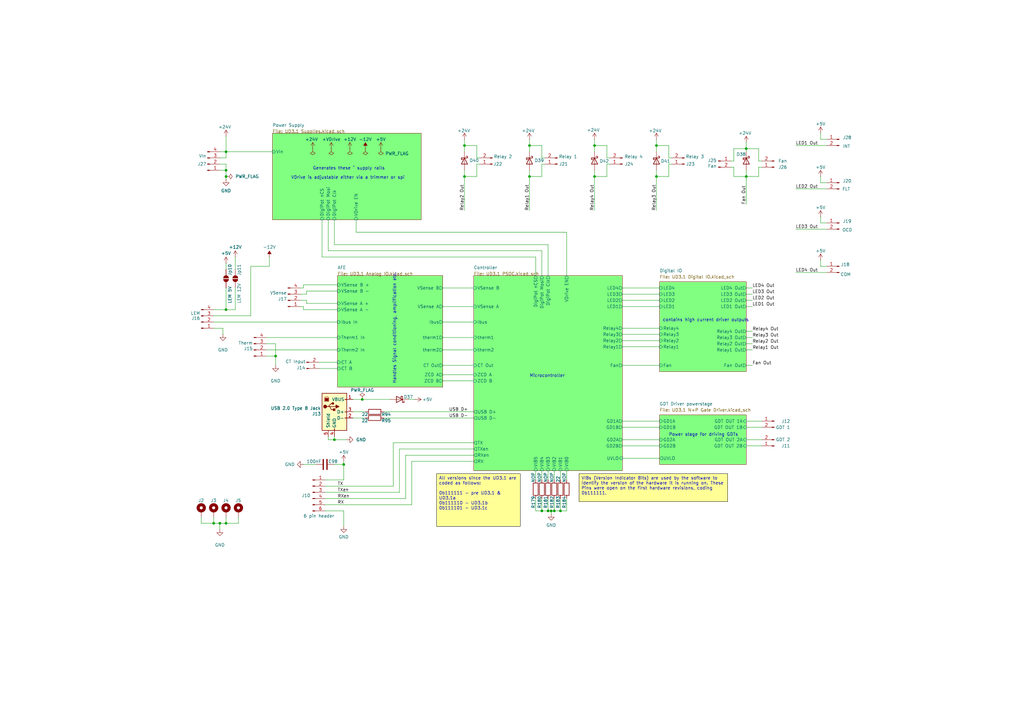
<source format=kicad_sch>
(kicad_sch (version 20231120) (generator "eeschema") (generator_version "8.0")
  (paper "A3")
  (lib_symbols
    (symbol "Connector:Conn_01x02_Pin" (pin_names (offset 1.016) hide)
      (property "Reference" "J" (at 0 2.54 0))
      (property "Value" "Conn_01x02_Pin" (at 0 -5.08 0))
      (symbol "Conn_01x02_Pin_1_1"
        (polyline (pts (xy 1.27 -2.54) (xy 0.8636 -2.54)) (stroke (width 0.1524)))
        (polyline (pts (xy 1.27 0) (xy 0.8636 0)) (stroke (width 0.1524)))
        (rectangle (start 0.8636 -2.413) (end 0 -2.667) (stroke (width 0.1524)) (fill (type outline)))
        (rectangle (start 0.8636 0.127) (end 0 -0.127) (stroke (width 0.1524)) (fill (type outline)))
        (pin passive line (at 5.08 0 180) (length 3.81) (name "Pin_1") (number "1"))
        (pin passive line (at 5.08 -2.54 180) (length 3.81) (name "Pin_2") (number "2"))
      )
    )
    (symbol "Connector:Conn_01x04_Pin" (pin_names (offset 1.016) hide)
      (property "Reference" "J" (at 0 5.08 0))
      (property "Value" "Conn_01x04_Pin" (at 0 -7.62 0))
      (symbol "Conn_01x04_Pin_1_1"
        (polyline (pts (xy 1.27 -5.08) (xy 0.8636 -5.08)) (stroke (width 0.1524)))
        (polyline (pts (xy 1.27 -2.54) (xy 0.8636 -2.54)) (stroke (width 0.1524)))
        (polyline (pts (xy 1.27 0) (xy 0.8636 0)) (stroke (width 0.1524)))
        (polyline (pts (xy 1.27 2.54) (xy 0.8636 2.54)) (stroke (width 0.1524)))
        (rectangle (start 0.8636 -4.953) (end 0 -5.207) (stroke (width 0.1524)) (fill (type outline)))
        (rectangle (start 0.8636 -2.413) (end 0 -2.667) (stroke (width 0.1524)) (fill (type outline)))
        (rectangle (start 0.8636 0.127) (end 0 -0.127) (stroke (width 0.1524)) (fill (type outline)))
        (rectangle (start 0.8636 2.667) (end 0 2.413) (stroke (width 0.1524)) (fill (type outline)))
        (pin passive line (at 5.08 2.54 180) (length 3.81) (name "Pin_1") (number "1"))
        (pin passive line (at 5.08 0 180) (length 3.81) (name "Pin_2") (number "2"))
        (pin passive line (at 5.08 -2.54 180) (length 3.81) (name "Pin_3") (number "3"))
        (pin passive line (at 5.08 -5.08 180) (length 3.81) (name "Pin_4") (number "4"))
      )
    )
    (symbol "Connector:Conn_01x06_Pin" (pin_names (offset 1.016) hide)
      (property "Reference" "J" (at 0 7.62 0))
      (property "Value" "Conn_01x06_Pin" (at 0 -10.16 0))
      (symbol "Conn_01x06_Pin_1_1"
        (polyline (pts (xy 1.27 -7.62) (xy 0.8636 -7.62)) (stroke (width 0.1524)))
        (polyline (pts (xy 1.27 -5.08) (xy 0.8636 -5.08)) (stroke (width 0.1524)))
        (polyline (pts (xy 1.27 -2.54) (xy 0.8636 -2.54)) (stroke (width 0.1524)))
        (polyline (pts (xy 1.27 0) (xy 0.8636 0)) (stroke (width 0.1524)))
        (polyline (pts (xy 1.27 2.54) (xy 0.8636 2.54)) (stroke (width 0.1524)))
        (polyline (pts (xy 1.27 5.08) (xy 0.8636 5.08)) (stroke (width 0.1524)))
        (rectangle (start 0.8636 -7.493) (end 0 -7.747) (stroke (width 0.1524)) (fill (type outline)))
        (rectangle (start 0.8636 -4.953) (end 0 -5.207) (stroke (width 0.1524)) (fill (type outline)))
        (rectangle (start 0.8636 -2.413) (end 0 -2.667) (stroke (width 0.1524)) (fill (type outline)))
        (rectangle (start 0.8636 0.127) (end 0 -0.127) (stroke (width 0.1524)) (fill (type outline)))
        (rectangle (start 0.8636 2.667) (end 0 2.413) (stroke (width 0.1524)) (fill (type outline)))
        (rectangle (start 0.8636 5.207) (end 0 4.953) (stroke (width 0.1524)) (fill (type outline)))
        (pin passive line (at 5.08 5.08 180) (length 3.81) (name "Pin_1") (number "1"))
        (pin passive line (at 5.08 2.54 180) (length 3.81) (name "Pin_2") (number "2"))
        (pin passive line (at 5.08 0 180) (length 3.81) (name "Pin_3") (number "3"))
        (pin passive line (at 5.08 -2.54 180) (length 3.81) (name "Pin_4") (number "4"))
        (pin passive line (at 5.08 -5.08 180) (length 3.81) (name "Pin_5") (number "5"))
        (pin passive line (at 5.08 -7.62 180) (length 3.81) (name "Pin_6") (number "6"))
      )
    )
    (symbol "Connector:USB_B" (pin_names (offset 1.016))
      (property "Reference" "J13" (at -9.144 -1.524 0))
      (property "Value" "USB 2.0 Type B Jack" (at -26.162 0.762 0))
      (symbol "USB_B_0_1"
        (rectangle (start -5.08 -7.62) (end 5.08 7.62) (stroke (width 0.254)) (fill (type background)))
        (circle (center -3.81 2.159) (radius 0.635) (stroke (width 0.254)) (fill (type outline)))
        (rectangle (start -3.81 5.588) (end -2.54 4.572) (fill (type outline)))
        (circle (center -0.635 3.429) (radius 0.381) (stroke (width 0.254)) (fill (type outline)))
        (rectangle (start -0.127 -7.62) (end 0.127 -6.858))
        (polyline (pts (xy -1.905 2.159) (xy 0.635 2.159)) (stroke (width 0.254)))
        (polyline (pts (xy -3.175 2.159) (xy -2.54 2.159) (xy -1.27 3.429) (xy -0.635 3.429)) (stroke (width 0.254)))
        (polyline (pts (xy -2.54 2.159) (xy -1.905 2.159) (xy -1.27 0.889) (xy 0 0.889)) (stroke (width 0.254)))
        (polyline (pts (xy 0.635 2.794) (xy 0.635 1.524) (xy 1.905 2.159) (xy 0.635 2.794)) (stroke (width 0.254)) (fill (type outline)))
        (polyline (pts (xy -4.064 4.318) (xy -2.286 4.318) (xy -2.286 5.715) (xy -2.667 6.096) (xy -3.683 6.096) (xy -4.064 5.715) (xy -4.064 4.318)))
        (rectangle (start 0.254 1.27) (end -0.508 0.508) (stroke (width 0.254)) (fill (type outline)))
        (rectangle (start 5.08 -2.667) (end 4.318 -2.413))
        (rectangle (start 5.08 -0.127) (end 4.318 0.127))
        (rectangle (start 5.08 4.953) (end 4.318 5.207))
      )
      (symbol "USB_B_1_1"
        (pin power_in line (at 7.62 5.08 180) (length 2.54) (name "VBUS") (number "1"))
        (pin bidirectional line (at 7.62 -2.54 180) (length 2.54) (name "D-") (number "2"))
        (pin bidirectional line (at 7.62 0 180) (length 2.54) (name "D+") (number "3"))
        (pin power_in line (at 0 -10.16 90) (length 2.54) (name "GND") (number "4"))
        (pin passive line (at -2.54 -10.16 90) (length 2.54) (name "Shield") (number "5"))
      )
    )
    (symbol "Device:C" (pin_numbers hide) (pin_names (offset 0.254))
      (property "Reference" "C" (at 0.635 2.54 0))
      (property "Value" "C" (at 0.635 -2.54 0))
      (symbol "C_0_1"
        (polyline (pts (xy -2.032 -0.762) (xy 2.032 -0.762)) (stroke (width 0.508)))
        (polyline (pts (xy -2.032 0.762) (xy 2.032 0.762)) (stroke (width 0.508)))
      )
      (symbol "C_1_1"
        (pin passive line (at 0 3.81 270) (length 2.794) (name "~") (number "1"))
        (pin passive line (at 0 -3.81 90) (length 2.794) (name "~") (number "2"))
      )
    )
    (symbol "Device:D_Schottky" (pin_numbers hide) (pin_names (offset 1.016) hide)
      (property "Reference" "D" (at 0 2.54 0))
      (property "Value" "D_Schottky" (at 0 -2.54 0))
      (symbol "D_Schottky_0_1"
        (polyline (pts (xy 1.27 0) (xy -1.27 0)))
        (polyline (pts (xy 1.27 1.27) (xy 1.27 -1.27) (xy -1.27 0) (xy 1.27 1.27)) (stroke (width 0.254)))
        (polyline (pts (xy -1.905 0.635) (xy -1.905 1.27) (xy -1.27 1.27) (xy -1.27 -1.27) (xy -0.635 -1.27) (xy -0.635 -0.635)) (stroke (width 0.254)))
      )
      (symbol "D_Schottky_1_1"
        (pin passive line (at -3.81 0 0) (length 2.54) (name "K") (number "1"))
        (pin passive line (at 3.81 0 180) (length 2.54) (name "A") (number "2"))
      )
    )
    (symbol "Device:R" (pin_numbers hide) (pin_names (offset 0))
      (property "Reference" "R" (at 2.032 0 90))
      (property "Value" "R" (at 0 0 90))
      (symbol "R_0_1"
        (rectangle (start -1.016 -2.54) (end 1.016 2.54) (stroke (width 0.254)))
      )
      (symbol "R_1_1"
        (pin passive line (at 0 3.81 270) (length 1.27) (name "~") (number "1"))
        (pin passive line (at 0 -3.81 90) (length 1.27) (name "~") (number "2"))
      )
    )
    (symbol "Jumper:SolderJumper_2_Open" (pin_numbers hide) (pin_names (offset 0) hide) (exclude_from_sim yes) (in_bom no)
      (property "Reference" "JP" (at 0 2.032 0))
      (property "Value" "SolderJumper_2_Open" (at 0 -2.54 0))
      (symbol "SolderJumper_2_Open_0_1"
        (arc (start -0.254 1.016) (mid -1.2656 0) (end -0.254 -1.016))
        (arc (start -0.254 1.016) (mid -1.2656 0) (end -0.254 -1.016) (fill (type outline)))
        (polyline (pts (xy -0.254 1.016) (xy -0.254 -1.016)))
        (polyline (pts (xy 0.254 1.016) (xy 0.254 -1.016)))
        (arc (start 0.254 -1.016) (mid 1.2656 0) (end 0.254 1.016))
        (arc (start 0.254 -1.016) (mid 1.2656 0) (end 0.254 1.016) (fill (type outline)))
      )
      (symbol "SolderJumper_2_Open_1_1"
        (pin passive line (at -3.81 0 0) (length 2.54) (name "A") (number "1"))
        (pin passive line (at 3.81 0 180) (length 2.54) (name "B") (number "2"))
      )
    )
    (symbol "Mechanical:MountingHole_Pad" (pin_numbers hide) (pin_names (offset 1.016) hide) (exclude_from_sim yes) (in_bom no)
      (property "Reference" "H" (at 0 6.35 0))
      (property "Value" "MountingHole_Pad" (at 0 4.445 0))
      (symbol "MountingHole_Pad_0_1"
        (circle (center 0 1.27) (radius 1.27) (stroke (width 1.27)))
      )
      (symbol "MountingHole_Pad_1_1"
        (pin input line (at 0 -2.54 90) (length 2.54) (name "1") (number "1"))
      )
    )
    (symbol "power:+12V" (power) (pin_numbers hide) (pin_names (offset 0) hide)
      (property "Value" "+12V" (at 0 3.556 0))
      (symbol "+12V_0_1"
        (polyline (pts (xy -0.762 1.27) (xy 0 2.54)))
        (polyline (pts (xy 0 0) (xy 0 2.54)))
        (polyline (pts (xy 0 2.54) (xy 0.762 1.27)))
      )
      (symbol "+12V_1_1"
        (pin power_in line (at 0 0 90) (length 0) (name "~") (number "1"))
      )
    )
    (symbol "power:+24V" (power) (pin_numbers hide) (pin_names (offset 0) hide)
      (property "Value" "+24V" (at 0 3.556 0))
      (symbol "+24V_0_1"
        (polyline (pts (xy -0.762 1.27) (xy 0 2.54)))
        (polyline (pts (xy 0 0) (xy 0 2.54)))
        (polyline (pts (xy 0 2.54) (xy 0.762 1.27)))
      )
      (symbol "+24V_1_1"
        (pin power_in line (at 0 0 90) (length 0) (name "~") (number "1"))
      )
    )
    (symbol "power:+5V" (power) (pin_numbers hide) (pin_names (offset 0) hide)
      (property "Value" "+5V" (at 0 3.556 0))
      (symbol "+5V_0_1"
        (polyline (pts (xy -0.762 1.27) (xy 0 2.54)))
        (polyline (pts (xy 0 0) (xy 0 2.54)))
        (polyline (pts (xy 0 2.54) (xy 0.762 1.27)))
      )
      (symbol "+5V_1_1"
        (pin power_in line (at 0 0 90) (length 0) (name "~") (number "1"))
      )
    )
    (symbol "power:-12V" (power) (pin_numbers hide) (pin_names (offset 0) hide)
      (property "Value" "-12V" (at 0 3.556 0))
      (symbol "-12V_0_0"
        (pin power_in line (at 0 0 90) (length 0) (name "~") (number "1"))
      )
      (symbol "-12V_0_1"
        (polyline (pts (xy 0 0) (xy 0 1.27) (xy 0.762 1.27) (xy 0 2.54) (xy -0.762 1.27) (xy 0 1.27)) (fill (type outline)))
      )
    )
    (symbol "power:GND" (power) (pin_numbers hide) (pin_names (offset 0) hide)
      (property "Value" "GND" (at 0 -3.81 0))
      (symbol "GND_0_1"
        (polyline (pts (xy 0 0) (xy 0 -1.27) (xy 1.27 -1.27) (xy 0 -2.54) (xy -1.27 -1.27) (xy 0 -1.27)))
      )
      (symbol "GND_1_1"
        (pin power_in line (at 0 0 270) (length 0) (name "~") (number "1"))
      )
    )
    (symbol "power:PWR_FLAG" (power) (pin_numbers hide) (pin_names (offset 0) hide)
      (property "Value" "PWR_FLAG" (at 0 3.81 0))
      (symbol "PWR_FLAG_0_0"
        (pin power_out line (at 0 0 90) (length 0) (name "~") (number "1"))
      )
      (symbol "PWR_FLAG_0_1"
        (polyline (pts (xy 0 0) (xy 0 1.27) (xy -1.016 1.905) (xy 0 2.54) (xy 1.016 1.905) (xy 0 1.27)))
      )
    )
    (symbol "power:Vdrive" (power) (pin_numbers hide) (pin_names (offset 0) hide)
      (property "Value" "Vdrive" (at 0 3.556 0))
      (symbol "Vdrive_0_1"
        (polyline (pts (xy -0.762 1.27) (xy 0 2.54)))
        (polyline (pts (xy 0 0) (xy 0 2.54)))
        (polyline (pts (xy 0 2.54) (xy 0.762 1.27)))
      )
      (symbol "Vdrive_1_1"
        (pin power_in line (at 0 0 90) (length 0) (name "~") (number "1"))
      )
    )
  )
  (junction (at 92.71 127))
  (junction (at 190.5 72.39))
  (junction (at 224.79 209.55))
  (junction (at 87.63 214.63))
  (junction (at 227.33 209.55))
  (junction (at 140.97 190.5))
  (junction (at 90.17 214.63))
  (junction (at 306.07 72.39))
  (junction (at 190.5 59.69))
  (junction (at 92.71 69.85))
  (junction (at 92.71 62.23))
  (junction (at 92.71 214.63))
  (junction (at 269.24 59.69))
  (junction (at 92.71 72.39))
  (junction (at 222.25 209.55))
  (junction (at 113.03 146.05))
  (junction (at 243.84 72.39))
  (junction (at 148.59 163.83))
  (junction (at 229.87 209.55))
  (junction (at 137.16 180.34))
  (junction (at 269.24 72.39))
  (junction (at 306.07 60.96))
  (junction (at 243.84 59.69))
  (junction (at 226.06 209.55))
  (junction (at 217.17 72.39))
  (junction (at 217.17 59.69))
  (wire (pts (xy 217.17 59.69) (xy 217.17 62.23)))
  (wire (pts (xy 222.25 64.77) (xy 222.25 59.69)))
  (wire (pts (xy 181.61 153.67) (xy 194.31 153.67)))
  (wire (pts (xy 336.55 54.61) (xy 336.55 57.15)))
  (wire (pts (xy 308.61 143.51) (xy 306.07 143.51)))
  (wire (pts (xy 336.55 74.93) (xy 339.09 74.93)))
  (wire (pts (xy 306.07 58.42) (xy 306.07 60.96)))
  (wire (pts (xy 311.15 68.58) (xy 311.15 72.39)))
  (wire (pts (xy 270.51 175.26) (xy 255.27 175.26)))
  (wire (pts (xy 255.27 125.73) (xy 270.51 125.73)))
  (wire (pts (xy 299.72 66.04) (xy 300.99 66.04)))
  (wire (pts (xy 138.43 148.59) (xy 130.81 148.59)))
  (wire (pts (xy 243.84 59.69) (xy 243.84 57.15)))
  (wire (pts (xy 300.99 60.96) (xy 306.07 60.96)))
  (wire (pts (xy 222.25 102.87) (xy 222.25 113.03)))
  (wire (pts (xy 270.51 123.19) (xy 255.27 123.19)))
  (wire (pts (xy 195.58 72.39) (xy 195.58 67.31)))
  (wire (pts (xy 217.17 69.85) (xy 217.17 72.39)))
  (wire (pts (xy 255.27 139.7) (xy 270.51 139.7)))
  (wire (pts (xy 146.05 95.25) (xy 232.41 95.25)))
  (wire (pts (xy 308.61 135.89) (xy 306.07 135.89)))
  (wire (pts (xy 248.92 64.77) (xy 248.92 59.69)))
  (wire (pts (xy 125.73 123.19) (xy 125.73 124.46)))
  (wire (pts (xy 125.73 119.38) (xy 125.73 120.65)))
  (wire (pts (xy 92.71 214.63) (xy 90.17 214.63)))
  (wire (pts (xy 166.37 186.69) (xy 194.31 186.69)))
  (wire (pts (xy 250.19 64.77) (xy 248.92 64.77)))
  (wire (pts (xy 311.15 72.39) (xy 306.07 72.39)))
  (wire (pts (xy 232.41 95.25) (xy 232.41 113.03)))
  (wire (pts (xy 148.59 163.83) (xy 160.02 163.83)))
  (wire (pts (xy 217.17 72.39) (xy 217.17 86.36)))
  (wire (pts (xy 336.55 106.68) (xy 336.55 109.22)))
  (wire (pts (xy 181.61 132.08) (xy 194.31 132.08)))
  (wire (pts (xy 140.97 215.9) (xy 140.97 209.55)))
  (wire (pts (xy 300.99 66.04) (xy 300.99 60.96)))
  (wire (pts (xy 229.87 209.55) (xy 232.41 209.55)))
  (wire (pts (xy 163.83 184.15) (xy 163.83 201.93)))
  (wire (pts (xy 91.44 137.16) (xy 91.44 134.62)))
  (wire (pts (xy 92.71 55.88) (xy 92.71 62.23)))
  (wire (pts (xy 243.84 72.39) (xy 248.92 72.39)))
  (wire (pts (xy 311.15 60.96) (xy 306.07 60.96)))
  (wire (pts (xy 133.35 204.47) (xy 166.37 204.47)))
  (wire (pts (xy 140.97 196.85) (xy 133.35 196.85)))
  (wire (pts (xy 195.58 59.69) (xy 190.5 59.69)))
  (wire (pts (xy 97.79 212.09) (xy 97.79 214.63)))
  (wire (pts (xy 137.16 100.33) (xy 137.16 90.17)))
  (wire (pts (xy 190.5 69.85) (xy 190.5 72.39)))
  (wire (pts (xy 124.46 118.11) (xy 124.46 116.84)))
  (wire (pts (xy 339.09 111.76) (xy 326.39 111.76)))
  (wire (pts (xy 181.61 143.51) (xy 194.31 143.51)))
  (wire (pts (xy 137.16 179.07) (xy 137.16 180.34)))
  (wire (pts (xy 223.52 64.77) (xy 222.25 64.77)))
  (wire (pts (xy 109.22 138.43) (xy 138.43 138.43)))
  (wire (pts (xy 306.07 60.96) (xy 306.07 62.23)))
  (wire (pts (xy 92.71 64.77) (xy 92.71 62.23)))
  (wire (pts (xy 157.48 171.45) (xy 194.31 171.45)))
  (wire (pts (xy 243.84 59.69) (xy 243.84 62.23)))
  (wire (pts (xy 157.48 168.91) (xy 194.31 168.91)))
  (wire (pts (xy 306.07 175.26) (xy 312.42 175.26)))
  (wire (pts (xy 124.46 127) (xy 124.46 125.73)))
  (wire (pts (xy 224.79 204.47) (xy 224.79 209.55)))
  (wire (pts (xy 123.19 123.19) (xy 125.73 123.19)))
  (wire (pts (xy 219.71 113.03) (xy 219.71 105.41)))
  (wire (pts (xy 308.61 125.73) (xy 306.07 125.73)))
  (wire (pts (xy 92.71 62.23) (xy 111.76 62.23)))
  (wire (pts (xy 190.5 72.39) (xy 195.58 72.39)))
  (wire (pts (xy 336.55 72.39) (xy 336.55 74.93)))
  (wire (pts (xy 138.43 132.08) (xy 87.63 132.08)))
  (wire (pts (xy 110.49 109.22) (xy 102.87 109.22)))
  (wire (pts (xy 109.22 146.05) (xy 113.03 146.05)))
  (wire (pts (xy 92.71 212.09) (xy 92.71 214.63)))
  (wire (pts (xy 109.22 143.51) (xy 138.43 143.51)))
  (wire (pts (xy 181.61 125.73) (xy 194.31 125.73)))
  (wire (pts (xy 336.55 91.44) (xy 339.09 91.44)))
  (wire (pts (xy 227.33 209.55) (xy 229.87 209.55)))
  (wire (pts (xy 132.08 105.41) (xy 132.08 90.17)))
  (wire (pts (xy 87.63 212.09) (xy 87.63 214.63)))
  (wire (pts (xy 274.32 72.39) (xy 274.32 67.31)))
  (wire (pts (xy 96.52 118.11) (xy 96.52 127)))
  (wire (pts (xy 222.25 204.47) (xy 222.25 209.55)))
  (wire (pts (xy 219.71 196.85) (xy 219.71 193.04)))
  (wire (pts (xy 96.52 105.41) (xy 96.52 110.49)))
  (wire (pts (xy 224.79 100.33) (xy 137.16 100.33)))
  (wire (pts (xy 222.25 209.55) (xy 224.79 209.55)))
  (wire (pts (xy 222.25 67.31) (xy 223.52 67.31)))
  (wire (pts (xy 82.55 214.63) (xy 82.55 212.09)))
  (wire (pts (xy 181.61 149.86) (xy 194.31 149.86)))
  (wire (pts (xy 87.63 214.63) (xy 82.55 214.63)))
  (wire (pts (xy 219.71 105.41) (xy 132.08 105.41)))
  (wire (pts (xy 96.52 127) (xy 92.71 127)))
  (wire (pts (xy 142.24 180.34) (xy 137.16 180.34)))
  (wire (pts (xy 243.84 69.85) (xy 243.84 72.39)))
  (wire (pts (xy 134.62 90.17) (xy 134.62 102.87)))
  (wire (pts (xy 144.78 171.45) (xy 149.86 171.45)))
  (wire (pts (xy 125.73 124.46) (xy 138.43 124.46)))
  (wire (pts (xy 326.39 59.69) (xy 339.09 59.69)))
  (wire (pts (xy 308.61 120.65) (xy 306.07 120.65)))
  (wire (pts (xy 308.61 149.86) (xy 306.07 149.86)))
  (wire (pts (xy 124.46 116.84) (xy 138.43 116.84)))
  (wire (pts (xy 90.17 214.63) (xy 87.63 214.63)))
  (wire (pts (xy 97.79 214.63) (xy 92.71 214.63)))
  (wire (pts (xy 229.87 196.85) (xy 229.87 193.04)))
  (wire (pts (xy 248.92 67.31) (xy 250.19 67.31)))
  (wire (pts (xy 124.46 190.5) (xy 129.54 190.5)))
  (wire (pts (xy 92.71 69.85) (xy 92.71 72.39)))
  (wire (pts (xy 255.27 134.62) (xy 270.51 134.62)))
  (wire (pts (xy 90.17 69.85) (xy 92.71 69.85)))
  (wire (pts (xy 219.71 209.55) (xy 222.25 209.55)))
  (wire (pts (xy 311.15 66.04) (xy 311.15 60.96)))
  (wire (pts (xy 166.37 204.47) (xy 166.37 186.69)))
  (wire (pts (xy 243.84 72.39) (xy 243.84 86.36)))
  (wire (pts (xy 217.17 59.69) (xy 217.17 57.15)))
  (wire (pts (xy 109.22 140.97) (xy 113.03 140.97)))
  (wire (pts (xy 227.33 204.47) (xy 227.33 209.55)))
  (wire (pts (xy 219.71 204.47) (xy 219.71 209.55)))
  (wire (pts (xy 138.43 151.13) (xy 130.81 151.13)))
  (wire (pts (xy 306.07 182.88) (xy 312.42 182.88)))
  (wire (pts (xy 255.27 118.11) (xy 270.51 118.11)))
  (wire (pts (xy 196.85 64.77) (xy 195.58 64.77)))
  (wire (pts (xy 312.42 68.58) (xy 311.15 68.58)))
  (wire (pts (xy 336.55 88.9) (xy 336.55 91.44)))
  (wire (pts (xy 134.62 179.07) (xy 134.62 180.34)))
  (wire (pts (xy 312.42 180.34) (xy 306.07 180.34)))
  (wire (pts (xy 274.32 64.77) (xy 274.32 59.69)))
  (wire (pts (xy 326.39 93.98) (xy 339.09 93.98)))
  (wire (pts (xy 224.79 209.55) (xy 226.06 209.55)))
  (wire (pts (xy 226.06 210.82) (xy 226.06 209.55)))
  (wire (pts (xy 224.79 196.85) (xy 224.79 193.04)))
  (wire (pts (xy 170.18 163.83) (xy 167.64 163.83)))
  (wire (pts (xy 133.35 199.39) (xy 161.29 199.39)))
  (wire (pts (xy 168.91 207.01) (xy 133.35 207.01)))
  (wire (pts (xy 163.83 201.93) (xy 133.35 201.93)))
  (wire (pts (xy 269.24 72.39) (xy 269.24 86.36)))
  (wire (pts (xy 312.42 66.04) (xy 311.15 66.04)))
  (wire (pts (xy 90.17 217.17) (xy 90.17 214.63)))
  (wire (pts (xy 138.43 119.38) (xy 125.73 119.38)))
  (wire (pts (xy 90.17 62.23) (xy 92.71 62.23)))
  (wire (pts (xy 299.72 68.58) (xy 300.99 68.58)))
  (wire (pts (xy 161.29 199.39) (xy 161.29 181.61)))
  (wire (pts (xy 137.16 190.5) (xy 140.97 190.5)))
  (wire (pts (xy 226.06 209.55) (xy 227.33 209.55)))
  (wire (pts (xy 270.51 137.16) (xy 255.27 137.16)))
  (wire (pts (xy 140.97 189.23) (xy 140.97 190.5)))
  (wire (pts (xy 144.78 168.91) (xy 149.86 168.91)))
  (wire (pts (xy 269.24 72.39) (xy 274.32 72.39)))
  (wire (pts (xy 87.63 127) (xy 92.71 127)))
  (wire (pts (xy 270.51 172.72) (xy 255.27 172.72)))
  (wire (pts (xy 113.03 146.05) (xy 113.03 149.86)))
  (wire (pts (xy 306.07 83.82) (xy 306.07 72.39)))
  (wire (pts (xy 270.51 142.24) (xy 255.27 142.24)))
  (wire (pts (xy 255.27 120.65) (xy 270.51 120.65)))
  (wire (pts (xy 124.46 125.73) (xy 123.19 125.73)))
  (wire (pts (xy 308.61 123.19) (xy 306.07 123.19)))
  (wire (pts (xy 306.07 172.72) (xy 312.42 172.72)))
  (wire (pts (xy 195.58 67.31) (xy 196.85 67.31)))
  (wire (pts (xy 144.78 163.83) (xy 148.59 163.83)))
  (wire (pts (xy 308.61 140.97) (xy 306.07 140.97)))
  (wire (pts (xy 92.71 127) (xy 92.71 118.11)))
  (wire (pts (xy 181.61 156.21) (xy 194.31 156.21)))
  (wire (pts (xy 92.71 110.49) (xy 92.71 107.95)))
  (wire (pts (xy 161.29 181.61) (xy 194.31 181.61)))
  (wire (pts (xy 269.24 69.85) (xy 269.24 72.39)))
  (wire (pts (xy 140.97 190.5) (xy 140.97 196.85)))
  (wire (pts (xy 326.39 77.47) (xy 339.09 77.47)))
  (wire (pts (xy 140.97 209.55) (xy 133.35 209.55)))
  (wire (pts (xy 102.87 109.22) (xy 102.87 129.54)))
  (wire (pts (xy 190.5 72.39) (xy 190.5 86.36)))
  (wire (pts (xy 181.61 138.43) (xy 194.31 138.43)))
  (wire (pts (xy 224.79 113.03) (xy 224.79 100.33)))
  (wire (pts (xy 308.61 138.43) (xy 306.07 138.43)))
  (wire (pts (xy 222.25 72.39) (xy 222.25 67.31)))
  (wire (pts (xy 194.31 184.15) (xy 163.83 184.15)))
  (wire (pts (xy 87.63 129.54) (xy 102.87 129.54)))
  (wire (pts (xy 190.5 62.23) (xy 190.5 59.69)))
  (wire (pts (xy 308.61 118.11) (xy 306.07 118.11)))
  (wire (pts (xy 91.44 134.62) (xy 87.63 134.62)))
  (wire (pts (xy 113.03 140.97) (xy 113.03 146.05)))
  (wire (pts (xy 92.71 72.39) (xy 92.71 73.66)))
  (wire (pts (xy 90.17 67.31) (xy 92.71 67.31)))
  (wire (pts (xy 134.62 102.87) (xy 222.25 102.87)))
  (wire (pts (xy 194.31 189.23) (xy 168.91 189.23)))
  (wire (pts (xy 217.17 72.39) (xy 222.25 72.39)))
  (wire (pts (xy 168.91 189.23) (xy 168.91 207.01)))
  (wire (pts (xy 190.5 59.69) (xy 190.5 57.15)))
  (wire (pts (xy 269.24 59.69) (xy 269.24 62.23)))
  (wire (pts (xy 336.55 109.22) (xy 339.09 109.22)))
  (wire (pts (xy 248.92 59.69) (xy 243.84 59.69)))
  (wire (pts (xy 222.25 196.85) (xy 222.25 193.04)))
  (wire (pts (xy 255.27 149.86) (xy 270.51 149.86)))
  (wire (pts (xy 123.19 118.11) (xy 124.46 118.11)))
  (wire (pts (xy 248.92 72.39) (xy 248.92 67.31)))
  (wire (pts (xy 92.71 67.31) (xy 92.71 69.85)))
  (wire (pts (xy 300.99 68.58) (xy 300.99 72.39)))
  (wire (pts (xy 181.61 118.11) (xy 194.31 118.11)))
  (wire (pts (xy 110.49 109.22) (xy 110.49 105.41)))
  (wire (pts (xy 125.73 120.65) (xy 123.19 120.65)))
  (wire (pts (xy 306.07 69.85) (xy 306.07 72.39)))
  (wire (pts (xy 195.58 64.77) (xy 195.58 59.69)))
  (wire (pts (xy 134.62 180.34) (xy 137.16 180.34)))
  (wire (pts (xy 269.24 59.69) (xy 269.24 57.15)))
  (wire (pts (xy 90.17 64.77) (xy 92.71 64.77)))
  (wire (pts (xy 274.32 59.69) (xy 269.24 59.69)))
  (wire (pts (xy 232.41 196.85) (xy 232.41 193.04)))
  (wire (pts (xy 138.43 127) (xy 124.46 127)))
  (wire (pts (xy 300.99 72.39) (xy 306.07 72.39)))
  (wire (pts (xy 232.41 204.47) (xy 232.41 209.55)))
  (wire (pts (xy 146.05 90.17) (xy 146.05 95.25)))
  (wire (pts (xy 270.51 187.96) (xy 255.27 187.96)))
  (wire (pts (xy 274.32 67.31) (xy 275.59 67.31)))
  (wire (pts (xy 270.51 180.34) (xy 255.27 180.34)))
  (wire (pts (xy 222.25 59.69) (xy 217.17 59.69)))
  (wire (pts (xy 227.33 196.85) (xy 227.33 193.04)))
  (wire (pts (xy 275.59 64.77) (xy 274.32 64.77)))
  (wire (pts (xy 270.51 182.88) (xy 255.27 182.88)))
  (wire (pts (xy 336.55 57.15) (xy 339.09 57.15)))
  (wire (pts (xy 229.87 204.47) (xy 229.87 209.55)))
  (text_box "All versions since the UD3.1 are coded as follows: \n\n0b111111 - pre UD3.1 & UD3.1a \n0b111110 - UD3.1b \n0b111101 - UD3.1c" (at 179.07 194.31 0) (size 34.29 21.59) (stroke (width 0) (color 0 0 0 1)) (fill (type color) (color 255 255 150 1)) (effects (font (size 1.27 1.27)) (justify left top)))
  (text_box "VIBs (Version Indicator Bits) are used by the software to identify the version of the hardware it is running on. These Pins were open on the first hardware revisions, coding 0b111111." (at 237.49 194.31 0) (size 60.96 11.43) (stroke (width 0) (color 0 0 0 1)) (fill (type color) (color 255 255 150 1)) (effects (font (size 1.27 1.27)) (justify left top)))
  (text "Handles Signal conditioning, amplification etc." (at 162.56 157.48 90) (effects (font (size 1.27 1.27)) (justify left bottom)))
  (text "Microcontroller" (at 217.17 154.94 0) (effects (font (size 1.27 1.27)) (justify left bottom)))
  (text "contains high current driver outputs" (at 271.78 132.08 0) (effects (font (size 1.27 1.27)) (justify left bottom)))
  (text "Generates these ^ supply rails" (at 128.27 69.85 0) (effects (font (size 1.27 1.27)) (justify left bottom)))
  (text "VDrive is adjustable either via a trimmer or spi" (at 119.38 73.66 0) (effects (font (size 1.27 1.27)) (justify left bottom)))
  (text "Power stage for driving GDTs" (at 274.32 179.07 0) (effects (font (size 1.27 1.27)) (justify left bottom)))
  (label "Relay4 Out" (at 243.84 86.36 90))
  (label "TXen" (at 138.43 201.93 0))
  (label "Relay4 Out" (at 308.61 135.89 0))
  (label "TX" (at 138.43 199.39 0))
  (label "Relay2 Out" (at 190.5 86.36 90))
  (label "Fan Out" (at 308.61 149.86 0))
  (label "Relay3 Out" (at 308.61 138.43 0))
  (label "LED4 Out" (at 326.39 111.76 0))
  (label "Relay1 Out" (at 308.61 143.51 0))
  (label "LED1 Out" (at 326.39 59.69 0))
  (label "RX" (at 138.43 207.01 0))
  (label "USB D+" (at 184.15 168.91 0))
  (label "LED4 Out" (at 308.61 118.11 0))
  (label "Relay2 Out" (at 308.61 140.97 0))
  (label "LED2 Out" (at 326.39 77.47 0))
  (label "Fan Out" (at 306.07 83.82 90))
  (label "RXen" (at 138.43 204.47 0))
  (label "LED3 Out" (at 308.61 120.65 0))
  (label "Relay3 Out" (at 269.24 86.36 90))
  (label "LED3 Out" (at 326.39 93.98 0))
  (label "LED1 Out" (at 308.61 125.73 0))
  (label "Relay1 Out" (at 217.17 86.36 90))
  (label "USB D-" (at 184.15 171.45 0))
  (label "LED2 Out" (at 308.61 123.19 0))
  (symbol (lib_id "Connector:Conn_01x02_Pin") (at 344.17 109.22 0) (mirror y) (unit 1)
    (property "Reference" "J18" (at 348.488 109.22 0) (effects (justify left bottom)))
    (property "Value" "COM" (at 348.996 113.284 0) (effects (justify left bottom)))
    (property "Footprint" "Connector_Molex:Molex_KK-254_AE-6410-02A_1x02_P2.54mm_Vertical" (effects (hide yes)))
    (property "Description" "Generic connector, single row, 01x02, script generated" (effects (hide yes)))
  )
  (symbol (lib_id "power:+5V") (at 156.21 60.96 0) (unit 1)
    (property "Reference" "#PWR017" (effects (hide yes)))
    (property "Value" "+5V" (at 156.21 57.15 0))
  )
  (symbol (lib_id "Connector:Conn_01x02_Pin") (at 317.5 68.58 180) (unit 1)
    (property "Reference" "J26" (at 322.834 67.818 0) (effects (justify left bottom)))
    (property "Value" "Fan" (at 322.834 65.278 0) (effects (justify left bottom)))
    (property "Footprint" "Connector_Phoenix_MSTB:PhoenixContact_MSTBVA_2,5_2-G-5,08_1x02_P5.08mm_Vertical" (effects (hide yes)))
    (property "Description" "Generic connector, single row, 01x02, script generated" (effects (hide yes)))
  )
  (symbol (lib_id "Device:R") (at 229.87 200.66 0) (unit 1)
    (property "Reference" "R183" (at 229.616 208.534 90) (effects (justify left bottom)))
    (property "Value" "22" (at 229.616 197.866 90) (effects (justify left bottom)))
    (property "Footprint" "Footprints:0603 SMD Component" (effects (hide yes)))
    (property "Description" "Resistor" (effects (hide yes)))
  )
  (symbol (lib_id "Connector:Conn_01x04_Pin") (at 104.14 143.51 0) (mirror x) (unit 1)
    (property "Reference" "J15" (at 100.076 142.24 0) (effects (justify left bottom)))
    (property "Value" "Therm" (at 97.79 139.954 0) (effects (justify left bottom)))
    (property "Footprint" "Connector_Molex:Molex_KK-254_AE-6410-04A_1x04_P2.54mm_Vertical" (effects (hide yes)))
    (property "Description" "Generic connector, single row, 01x04, script generated" (effects (hide yes)))
  )
  (symbol (lib_id "power:+12V") (at 143.51 60.96 0) (unit 1)
    (property "Reference" "#PWR014" (effects (hide yes)))
    (property "Value" "+12V" (at 143.51 57.15 0))
  )
  (symbol (lib_id "Connector:Conn_01x04_Pin") (at 82.55 132.08 0) (mirror x) (unit 1)
    (property "Reference" "J16" (at 78.486 129.794 0) (effects (justify left bottom)))
    (property "Value" "LEM" (at 78.232 127.762 0) (effects (justify left bottom)))
    (property "Footprint" "Connector_Molex:Molex_KK-254_AE-6410-04A_1x04_P2.54mm_Vertical" (effects (hide yes)))
    (property "Description" "Generic connector, single row, 01x04, script generated" (effects (hide yes)))
  )
  (symbol (lib_id "Device:D_Schottky") (at 163.83 163.83 180) (unit 1)
    (property "Reference" "D37" (at 169.418 162.052 0) (effects (justify left bottom)))
    (property "Value" "Schottky 30V 1A" (effects (hide yes)))
    (property "Footprint" "Footprints:DO-214" (effects (hide yes)))
    (property "Description" "Schottky diode" (effects (hide yes)))
    (property "SUPPLIER 1" "Digi-Key" (effects (hide yes)))
    (property "SUPPLIER PART NUMBER 1" "MBR10100GOS-ND" (effects (hide yes)))
    (property "SUPPLIER 2" "Digi-Key" (effects (hide yes)))
    (property "SUPPLIER PART NUMBER 2" "1655-1504-1-ND" (effects (hide yes)))
  )
  (symbol (lib_id "Connector:Conn_01x02_Pin") (at 317.5 172.72 0) (mirror y) (unit 1)
    (property "Reference" "J12" (at 324.104 173.482 0) (effects (justify left bottom)))
    (property "Value" "GDT 1" (at 324.104 176.022 0) (effects (justify left bottom)))
    (property "Footprint" "Connector_Molex:Molex_KK-254_AE-6410-02A_1x02_P2.54mm_Vertical" (effects (hide yes)))
    (property "Description" "Generic connector, single row, 01x02, script generated" (effects (hide yes)))
  )
  (symbol (lib_id "Connector:Conn_01x02_Pin") (at 125.73 151.13 0) (mirror x) (unit 1)
    (property "Reference" "J14" (at 121.666 150.114 0) (effects (justify left bottom)))
    (property "Value" "CT Input" (at 117.094 147.574 0) (effects (justify left bottom)))
    (property "Footprint" "Connector_Molex:Molex_KK-254_AE-6410-02A_1x02_P2.54mm_Vertical" (effects (hide yes)))
    (property "Description" "Generic connector, single row, 01x02, script generated" (effects (hide yes)))
  )
  (symbol (lib_id "Device:C") (at 133.35 190.5 270) (unit 1)
    (property "Reference" "C98" (at 134.62 189.992 90) (effects (justify left bottom)))
    (property "Value" "100nF" (at 125.73 189.992 90) (effects (justify left bottom)))
    (property "Footprint" "Footprints:0603 SMD Component" (effects (hide yes)))
    (property "Description" "Unpolarized capacitor" (effects (hide yes)))
  )
  (symbol (lib_id "Connector:USB_B") (at 137.16 168.91 0) (unit 1)
    (property "Reference" "J13" (at 128.016 170.434 0) (effects (justify left bottom)))
    (property "Value" "USB 2.0 Type B Jack" (at 110.998 168.148 0) (effects (justify left bottom)))
    (property "Footprint" "Footprints:USB 2.0 Type B Vertical" (effects (hide yes)))
    (property "Description" "USB Type B connector" (effects (hide yes)))
  )
  (symbol (lib_id "Device:R") (at 219.71 200.66 0) (unit 1)
    (property "Reference" "R179" (at 219.456 208.534 90) (effects (justify left bottom)))
    (property "Value" "NOP" (at 219.456 197.866 90) (effects (justify left bottom)))
    (property "Footprint" "Footprints:0603 SMD Component" (effects (hide yes)))
    (property "Description" "Resistor" (effects (hide yes)))
  )
  (symbol (lib_id "power:+5V") (at 336.55 106.68 0) (unit 1)
    (property "Reference" "#PWR028" (effects (hide yes)))
    (property "Value" "+5V" (at 336.55 102.87 0))
  )
  (symbol (lib_id "power:PWR_FLAG") (at 148.59 163.83 0) (unit 1)
    (property "Reference" "#FLG09" (effects (hide yes)))
    (property "Value" "PWR_FLAG" (at 148.59 160.02 0))
    (property "Description" "Special symbol for telling ERC where power comes from" (effects (hide yes)))
  )
  (symbol (lib_id "power:+24V") (at 217.17 57.15 0) (unit 1)
    (property "Reference" "#PWR019" (effects (hide yes)))
    (property "Value" "+24V" (at 216.662 53.594 0))
    (property "Description" "Power symbol creates a global label with name \"+24V\"" (effects (hide yes)))
  )
  (symbol (lib_id "power:+24V") (at 306.07 58.42 0) (unit 1)
    (property "Reference" "#PWR024" (effects (hide yes)))
    (property "Value" "+24V" (at 305.562 54.61 0))
    (property "Description" "Power symbol creates a global label with name \"+24V\"" (effects (hide yes)))
  )
  (symbol (lib_id "power:PWR_FLAG") (at 135.89 60.96 180) (unit 1)
    (property "Reference" "#FLG02" (effects (hide yes)))
    (property "Value" "PWR_FLAG" (effects (hide yes)))
    (property "Description" "Special symbol for telling ERC where power comes from" (effects (hide yes)))
  )
  (symbol (lib_id "Mechanical:MountingHole_Pad") (at 92.71 209.55 0) (unit 1) (exclude_from_sim yes) (in_bom no)
    (property "Reference" "J4" (at 91.44 205.994 0) (effects (justify left bottom)))
    (property "Value" "GND Pad" (effects (hide yes)))
    (property "Footprint" "MountingHole:MountingHole_3.2mm_M3_ISO14580_Pad" (effects (hide yes)))
    (property "Description" "Mounting Hole with connection" (effects (hide yes)))
  )
  (symbol (lib_id "Connector:Conn_01x02_Pin") (at 317.5 182.88 180) (unit 1)
    (property "Reference" "J11" (at 324.104 182.118 0) (effects (justify left bottom)))
    (property "Value" "GDT 2" (at 324.104 179.578 0) (effects (justify left bottom)))
    (property "Footprint" "Connector_Molex:Molex_KK-254_AE-6410-02A_1x02_P2.54mm_Vertical" (effects (hide yes)))
    (property "Description" "Generic connector, single row, 01x02, script generated" (effects (hide yes)))
  )
  (symbol (lib_id "Device:D_Schottky") (at 269.24 66.04 270) (unit 1)
    (property "Reference" "D41" (at 271.018 66.802 90) (effects (justify left bottom)))
    (property "Value" "Schottky 30V 100mA" (effects (hide yes)))
    (property "Footprint" "Diode_SMD:D_SOD-523" (effects (hide yes)))
    (property "Description" "Schottky diode" (effects (hide yes)))
    (property "SUPPLIER 1" "Digi-Key" (effects (hide yes)))
    (property "SUPPLIER PART NUMBER 1" "MBR10100GOS-ND" (effects (hide yes)))
    (property "SUPPLIER 2" "Digi-Key" (effects (hide yes)))
    (property "SUPPLIER PART NUMBER 2" "1655-1504-1-ND" (effects (hide yes)))
  )
  (symbol (lib_id "Connector:Conn_01x04_Pin") (at 85.09 67.31 0) (mirror x) (unit 1)
    (property "Reference" "J27" (at 81.026 66.548 0) (effects (justify left bottom)))
    (property "Value" "VIn" (at 81.534 63.246 0) (effects (justify left bottom)))
    (property "Footprint" "Connector_Molex:Molex_KK-254_AE-6410-04A_1x04_P2.54mm_Vertical" (effects (hide yes)))
    (property "Description" "Generic connector, single row, 01x04, script generated" (effects (hide yes)))
  )
  (symbol (lib_id "Connector:Conn_01x02_Pin") (at 344.17 57.15 0) (mirror y) (unit 1)
    (property "Reference" "J28" (at 349.25 57.15 0) (effects (justify left bottom)))
    (property "Value" "INT" (at 348.742 60.706 0) (effects (justify left bottom)))
    (property "Footprint" "Connector_Molex:Molex_KK-254_AE-6410-02A_1x02_P2.54mm_Vertical" (effects (hide yes)))
    (property "Description" "Generic connector, single row, 01x02, script generated" (effects (hide yes)))
  )
  (symbol (lib_id "Device:R") (at 153.67 168.91 270) (unit 1)
    (property "Reference" "R94" (at 156.464 170.688 90) (effects (justify left bottom)))
    (property "Value" "22" (at 148.336 170.688 90) (effects (justify left bottom)))
    (property "Footprint" "Footprints:0603 SMD Component" (effects (hide yes)))
    (property "Description" "Resistor" (effects (hide yes)))
  )
  (symbol (lib_id "power:GND") (at 91.44 137.16 0) (unit 1)
    (property "Reference" "#PWR03" (effects (hide yes)))
    (property "Value" "GND" (at 91.44 143.51 0))
    (property "Description" "Power symbol creates a global label with name \"GND\" , ground" (effects (hide yes)))
  )
  (symbol (lib_id "power:PWR_FLAG") (at 143.51 60.96 180) (unit 1)
    (property "Reference" "#FLG012" (effects (hide yes)))
    (property "Value" "PWR_FLAG" (effects (hide yes)))
    (property "Description" "Special symbol for telling ERC where power comes from" (effects (hide yes)))
  )
  (symbol (lib_id "Device:D_Schottky") (at 243.84 66.04 270) (unit 1)
    (property "Reference" "D42" (at 245.872 66.802 90) (effects (justify left bottom)))
    (property "Value" "Schottky 30V 100mA" (effects (hide yes)))
    (property "Footprint" "Diode_SMD:D_SOD-523" (effects (hide yes)))
    (property "Description" "Schottky diode" (effects (hide yes)))
    (property "SUPPLIER 1" "Digi-Key" (effects (hide yes)))
    (property "SUPPLIER PART NUMBER 1" "MBR10100GOS-ND" (effects (hide yes)))
    (property "SUPPLIER 2" "Digi-Key" (effects (hide yes)))
    (property "SUPPLIER PART NUMBER 2" "1655-1504-1-ND" (effects (hide yes)))
  )
  (symbol (lib_id "Device:D_Schottky") (at 217.17 66.04 270) (unit 1)
    (property "Reference" "D39" (at 219.202 66.548 90) (effects (justify left bottom)))
    (property "Value" "Schottky 30V 100mA" (effects (hide yes)))
    (property "Footprint" "Diode_SMD:D_SOD-523" (effects (hide yes)))
    (property "Description" "Schottky diode" (effects (hide yes)))
    (property "SUPPLIER 1" "Digi-Key" (effects (hide yes)))
    (property "SUPPLIER PART NUMBER 1" "MBR10100GOS-ND" (effects (hide yes)))
    (property "SUPPLIER 2" "Digi-Key" (effects (hide yes)))
    (property "SUPPLIER PART NUMBER 2" "1655-1504-1-ND" (effects (hide yes)))
  )
  (symbol (lib_id "power:Vdrive") (at 135.89 60.96 0) (unit 1)
    (property "Reference" "#PWR011" (effects (hide yes)))
    (property "Value" "+VDrive" (at 139.7 57.15 0) (effects (justify right)))
  )
  (symbol (lib_id "power:GND") (at 92.71 73.66 0) (unit 1)
    (property "Reference" "#PWR06" (effects (hide yes)))
    (property "Value" "GND" (at 92.71 78.232 0))
    (property "Description" "Power symbol creates a global label with name \"GND\" , ground" (effects (hide yes)))
  )
  (symbol (lib_id "Mechanical:MountingHole_Pad") (at 82.55 209.55 0) (unit 1) (exclude_from_sim yes) (in_bom no)
    (property "Reference" "J2" (at 81.28 205.994 0) (effects (justify left bottom)))
    (property "Value" "GND Pad" (effects (hide yes)))
    (property "Footprint" "MountingHole:MountingHole_3.2mm_M3_ISO14580_Pad" (effects (hide yes)))
    (property "Description" "Mounting Hole with connection" (effects (hide yes)))
  )
  (symbol (lib_id "Connector:Conn_01x02_Pin") (at 228.6 67.31 180) (unit 1)
    (property "Reference" "J21" (at 232.918 66.548 0) (effects (justify left bottom)))
    (property "Value" "Relay 1" (at 236.728 63.5 0) (effects (justify left bottom)))
    (property "Footprint" "Connector_Molex:Molex_KK-254_AE-6410-02A_1x02_P2.54mm_Vertical" (effects (hide yes)))
    (property "Description" "Generic connector, single row, 01x02, script generated" (effects (hide yes)))
  )
  (symbol (lib_id "power:+24V") (at 243.84 57.15 0) (unit 1)
    (property "Reference" "#PWR023" (effects (hide yes)))
    (property "Value" "+24V" (at 243.332 53.34 0))
    (property "Description" "Power symbol creates a global label with name \"+24V\"" (effects (hide yes)))
  )
  (symbol (lib_id "Connector:Conn_01x02_Pin") (at 280.67 67.31 180) (unit 1)
    (property "Reference" "J23" (at 284.988 66.548 0) (effects (justify left bottom)))
    (property "Value" "Relay 3" (at 288.798 63.5 0) (effects (justify left bottom)))
    (property "Footprint" "Connector_Molex:Molex_KK-254_AE-6410-02A_1x02_P2.54mm_Vertical" (effects (hide yes)))
    (property "Description" "Generic connector, single row, 01x02, script generated" (effects (hide yes)))
  )
  (symbol (lib_id "power:GND") (at 142.24 180.34 90) (unit 1)
    (property "Reference" "#PWR015" (effects (hide yes)))
    (property "Value" "GND" (at 146.05 180.3399 90) (effects (justify right)))
    (property "Description" "Power symbol creates a global label with name \"GND\" , ground" (effects (hide yes)))
  )
  (symbol (lib_id "Device:R") (at 153.67 171.45 270) (unit 1)
    (property "Reference" "R95" (at 156.464 173.228 90) (effects (justify left bottom)))
    (property "Value" "22" (at 148.336 173.228 90) (effects (justify left bottom)))
    (property "Footprint" "Footprints:0603 SMD Component" (effects (hide yes)))
    (property "Description" "Resistor" (effects (hide yes)))
  )
  (symbol (lib_id "power:GND") (at 90.17 217.17 0) (unit 1)
    (property "Reference" "#PWR01" (effects (hide yes)))
    (property "Value" "GND" (at 90.17 223.52 0))
    (property "Description" "Power symbol creates a global label with name \"GND\" , ground" (effects (hide yes)))
  )
  (symbol (lib_id "power:PWR_FLAG") (at 156.21 60.96 180) (unit 1)
    (property "Reference" "#FLG014" (effects (hide yes)))
    (property "Value" "PWR_FLAG" (at 162.814 62.992 0))
    (property "Description" "Special symbol for telling ERC where power comes from" (effects (hide yes)))
  )
  (symbol (lib_id "Device:R") (at 227.33 200.66 0) (unit 1)
    (property "Reference" "R182" (at 227.076 208.534 90) (effects (justify left bottom)))
    (property "Value" "NOP" (at 227.076 197.866 90) (effects (justify left bottom)))
    (property "Footprint" "Footprints:0603 SMD Component" (effects (hide yes)))
    (property "Description" "Resistor" (effects (hide yes)))
  )
  (symbol (lib_id "power:+5V") (at 140.97 189.23 0) (unit 1)
    (property "Reference" "#PWR012" (effects (hide yes)))
    (property "Value" "+5V" (at 140.97 185.42 0))
  )
  (symbol (lib_id "power:+5V") (at 336.55 54.61 0) (unit 1)
    (property "Reference" "#PWR025" (effects (hide yes)))
    (property "Value" "+5V" (at 336.55 50.8 0))
  )
  (symbol (lib_id "Jumper:SolderJumper_2_Open") (at 96.52 114.3 90) (unit 1) (exclude_from_sim yes) (in_bom no)
    (property "Reference" "Jp11" (at 98.806 113.03 0) (effects (justify left bottom)))
    (property "Value" "LEM 12V" (at 98.806 124.46 0) (effects (justify left bottom)))
    (property "Footprint" "Footprints:PCB Jumper NO" (effects (hide yes)))
    (property "Description" "Solder Jumper, 2-pole, open" (effects (hide yes)))
  )
  (symbol (lib_id "power:PWR_FLAG") (at 149.86 60.96 180) (unit 1)
    (property "Reference" "#FLG013" (effects (hide yes)))
    (property "Value" "PWR_FLAG" (effects (hide yes)))
    (property "Description" "Special symbol for telling ERC where power comes from" (effects (hide yes)))
  )
  (symbol (lib_id "Connector:Conn_01x02_Pin") (at 344.17 91.44 0) (mirror y) (unit 1)
    (property "Reference" "J19" (at 349.25 91.44 0) (effects (justify left bottom)))
    (property "Value" "OCD" (at 349.504 94.996 0) (effects (justify left bottom)))
    (property "Footprint" "Connector_Molex:Molex_KK-254_AE-6410-02A_1x02_P2.54mm_Vertical" (effects (hide yes)))
    (property "Description" "Generic connector, single row, 01x02, script generated" (effects (hide yes)))
  )
  (symbol (lib_id "Device:R") (at 224.79 200.66 0) (unit 1)
    (property "Reference" "R181" (at 224.536 208.534 90) (effects (justify left bottom)))
    (property "Value" "NOP" (at 224.536 197.866 90) (effects (justify left bottom)))
    (property "Footprint" "Footprints:0603 SMD Component" (effects (hide yes)))
    (property "Description" "Resistor" (effects (hide yes)))
  )
  (symbol (lib_id "Device:D_Schottky") (at 306.07 66.04 270) (unit 1)
    (property "Reference" "D38" (at 302.006 64.008 90) (effects (justify left bottom)))
    (property "Value" "Schottky 30V 1A" (effects (hide yes)))
    (property "Footprint" "Footprints:DO-214" (effects (hide yes)))
    (property "Description" "Schottky diode" (effects (hide yes)))
    (property "SUPPLIER 1" "Digi-Key" (effects (hide yes)))
    (property "SUPPLIER PART NUMBER 1" "MBR10100GOS-ND" (effects (hide yes)))
    (property "SUPPLIER 2" "Digi-Key" (effects (hide yes)))
    (property "SUPPLIER PART NUMBER 2" "1655-1504-1-ND" (effects (hide yes)))
  )
  (symbol (lib_id "power:+24V") (at 128.27 60.96 0) (unit 1)
    (property "Reference" "#PWR010" (effects (hide yes)))
    (property "Value" "+24V" (at 127.762 57.15 0))
    (property "Description" "Power symbol creates a global label with name \"+24V\"" (effects (hide yes)))
  )
  (symbol (lib_id "Connector:Conn_01x04_Pin") (at 118.11 123.19 0) (mirror x) (unit 1)
    (property "Reference" "J17" (at 114.046 121.92 0) (effects (justify left bottom)))
    (property "Value" "VSense" (at 110.744 119.38 0) (effects (justify left bottom)))
    (property "Footprint" "Connector_Molex:Molex_KK-254_AE-6410-04A_1x04_P2.54mm_Vertical" (effects (hide yes)))
    (property "Description" "Generic connector, single row, 01x04, script generated" (effects (hide yes)))
  )
  (symbol (lib_id "Connector:Conn_01x02_Pin") (at 255.27 67.31 180) (unit 1)
    (property "Reference" "J24" (at 259.842 66.548 0) (effects (justify left bottom)))
    (property "Value" "Relay 4" (at 263.652 63.5 0) (effects (justify left bottom)))
    (property "Footprint" "Connector_Molex:Molex_KK-254_AE-6410-02A_1x02_P2.54mm_Vertical" (effects (hide yes)))
    (property "Description" "Generic connector, single row, 01x02, script generated" (effects (hide yes)))
  )
  (symbol (lib_id "Mechanical:MountingHole_Pad") (at 97.79 209.55 0) (unit 1) (exclude_from_sim yes) (in_bom no)
    (property "Reference" "J5" (at 96.52 205.994 0) (effects (justify left bottom)))
    (property "Value" "GND Pad" (effects (hide yes)))
    (property "Footprint" "MountingHole:MountingHole_3.2mm_M3_ISO14580_Pad" (effects (hide yes)))
    (property "Description" "Mounting Hole with connection" (effects (hide yes)))
  )
  (symbol (lib_id "power:-12V") (at 110.49 105.41 0) (unit 1)
    (property "Reference" "#PWR07" (effects (hide yes)))
    (property "Value" "-12V" (at 110.49 101.346 0))
  )
  (symbol (lib_id "Connector:Conn_01x02_Pin") (at 201.93 67.31 180) (unit 1)
    (property "Reference" "J22" (at 205.994 66.548 0) (effects (justify left bottom)))
    (property "Value" "Relay 2" (at 210.058 63.5 0) (effects (justify left bottom)))
    (property "Footprint" "Connector_Molex:Molex_KK-254_AE-6410-02A_1x02_P2.54mm_Vertical" (effects (hide yes)))
    (property "Description" "Generic connector, single row, 01x02, script generated" (effects (hide yes)))
  )
  (symbol (lib_id "power:+24V") (at 269.24 57.15 0) (unit 1)
    (property "Reference" "#PWR022" (effects (hide yes)))
    (property "Value" "+24V" (at 268.732 53.594 0))
    (property "Description" "Power symbol creates a global label with name \"+24V\"" (effects (hide yes)))
  )
  (symbol (lib_id "power:+12V") (at 96.52 105.41 0) (unit 1)
    (property "Reference" "#PWR04" (effects (hide yes)))
    (property "Value" "+12V" (at 96.52 101.346 0))
  )
  (symbol (lib_id "power:PWR_FLAG") (at 92.71 72.39 270) (unit 1)
    (property "Reference" "#FLG01" (effects (hide yes)))
    (property "Value" "PWR_FLAG" (at 96.52 72.3899 90) (effects (justify left)))
    (property "Description" "Special symbol for telling ERC where power comes from" (effects (hide yes)))
  )
  (symbol (lib_id "power:GND") (at 113.03 149.86 0) (unit 1)
    (property "Reference" "#PWR08" (effects (hide yes)))
    (property "Value" "GND" (at 113.03 156.21 0))
    (property "Description" "Power symbol creates a global label with name \"GND\" , ground" (effects (hide yes)))
  )
  (symbol (lib_id "power:GND") (at 226.06 210.82 0) (unit 1)
    (property "Reference" "#PWR021" (effects (hide yes)))
    (property "Value" "GND" (at 226.06 215.392 0))
    (property "Description" "Power symbol creates a global label with name \"GND\" , ground" (effects (hide yes)))
  )
  (symbol (lib_id "Connector:Conn_01x06_Pin") (at 128.27 201.93 0) (unit 1)
    (property "Reference" "J10" (at 123.698 203.962 0) (effects (justify left bottom)))
    (property "Value" "6 pin header" (at 124.46 212.344 0) (effects (justify left bottom)))
    (property "Footprint" "Connector_Molex:Molex_KK-254_AE-6410-06A_1x06_P2.54mm_Vertical" (effects (hide yes)))
    (property "Description" "Generic connector, single row, 01x06, script generated" (effects (hide yes)))
  )
  (symbol (lib_id "power:+5V") (at 170.18 163.83 270) (unit 1)
    (property "Reference" "#PWR018" (effects (hide yes)))
    (property "Value" "+5V" (at 177.292 163.83 90) (effects (justify right)))
  )
  (symbol (lib_id "power:+5V") (at 336.55 88.9 0) (unit 1)
    (property "Reference" "#PWR027" (effects (hide yes)))
    (property "Value" "+5V" (at 336.55 85.09 0))
  )
  (symbol (lib_id "Mechanical:MountingHole_Pad") (at 87.63 209.55 0) (unit 1) (exclude_from_sim yes) (in_bom no)
    (property "Reference" "J3" (at 86.36 205.994 0) (effects (justify left bottom)))
    (property "Value" "GND Pad" (effects (hide yes)))
    (property "Footprint" "MountingHole:MountingHole_3.2mm_M3_ISO14580_Pad" (effects (hide yes)))
    (property "Description" "Mounting Hole with connection" (effects (hide yes)))
  )
  (symbol (lib_id "power:+5V") (at 92.71 107.95 0) (unit 1)
    (property "Reference" "#PWR02" (effects (hide yes)))
    (property "Value" "+5V" (at 92.71 103.886 0))
  )
  (symbol (lib_id "power:+5V") (at 336.55 72.39 0) (unit 1)
    (property "Reference" "#PWR026" (effects (hide yes)))
    (property "Value" "+5V" (at 336.55 68.58 0))
  )
  (symbol (lib_id "Connector:Conn_01x02_Pin") (at 294.64 66.04 0) (unit 1)
    (property "Reference" "J25" (at 290.322 66.548 0) (effects (justify left bottom)))
    (property "Value" "Fan" (at 290.322 68.834 0) (effects (justify left bottom)))
    (property "Footprint" "Connector_Molex:Molex_KK-254_AE-6410-02A_1x02_P2.54mm_Vertical" (effects (hide yes)))
    (property "Description" "Generic connector, single row, 01x02, script generated" (effects (hide yes)))
  )
  (symbol (lib_id "Connector:Conn_01x02_Pin") (at 344.17 74.93 0) (mirror y) (unit 1)
    (property "Reference" "J20" (at 349.25 74.93 0) (effects (justify left bottom)))
    (property "Value" "FLT" (at 348.742 78.232 0) (effects (justify left bottom)))
    (property "Footprint" "Connector_Molex:Molex_KK-254_AE-6410-02A_1x02_P2.54mm_Vertical" (effects (hide yes)))
    (property "Description" "Generic connector, single row, 01x02, script generated" (effects (hide yes)))
  )
  (symbol (lib_id "power:GND") (at 124.46 190.5 270) (unit 1)
    (property "Reference" "#PWR09" (effects (hide yes)))
    (property "Value" "GND" (at 120.904 190.5 90) (effects (justify right)))
    (property "Description" "Power symbol creates a global label with name \"GND\" , ground" (effects (hide yes)))
  )
  (symbol (lib_id "power:GND") (at 140.97 215.9 0) (unit 1)
    (property "Reference" "#PWR013" (effects (hide yes)))
    (property "Value" "GND" (at 140.97 220.218 0))
    (property "Description" "Power symbol creates a global label with name \"GND\" , ground" (effects (hide yes)))
  )
  (symbol (lib_id "Jumper:SolderJumper_2_Open") (at 92.71 114.3 90) (unit 1) (exclude_from_sim yes) (in_bom no)
    (property "Reference" "Jp10" (at 94.996 113.03 0) (effects (justify left bottom)))
    (property "Value" "LEM 5V" (at 94.996 124.46 0) (effects (justify left bottom)))
    (property "Footprint" "Footprints:PCB Jumper NO" (effects (hide yes)))
    (property "Description" "Solder Jumper, 2-pole, open" (effects (hide yes)))
  )
  (symbol (lib_id "power:+24V") (at 92.71 55.88 0) (unit 1)
    (property "Reference" "#PWR05" (effects (hide yes)))
    (property "Value" "+24V" (at 92.202 52.07 0))
    (property "Description" "Power symbol creates a global label with name \"+24V\"" (effects (hide yes)))
  )
  (symbol (lib_id "Device:D_Schottky") (at 190.5 66.04 270) (unit 1)
    (property "Reference" "D40" (at 192.532 66.548 90) (effects (justify left bottom)))
    (property "Value" "Schottky 30V 100mA" (effects (hide yes)))
    (property "Footprint" "Diode_SMD:D_SOD-523" (effects (hide yes)))
    (property "Description" "Schottky diode" (effects (hide yes)))
    (property "SUPPLIER 1" "Digi-Key" (effects (hide yes)))
    (property "SUPPLIER PART NUMBER 1" "MBR10100GOS-ND" (effects (hide yes)))
    (property "SUPPLIER 2" "Digi-Key" (effects (hide yes)))
    (property "SUPPLIER PART NUMBER 2" "1655-1504-1-ND" (effects (hide yes)))
  )
  (symbol (lib_id "Device:R") (at 222.25 200.66 0) (unit 1)
    (property "Reference" "R180" (at 221.996 208.534 90) (effects (justify left bottom)))
    (property "Value" "NOP" (at 221.996 197.866 90) (effects (justify left bottom)))
    (property "Footprint" "Footprints:0603 SMD Component" (effects (hide yes)))
    (property "Description" "Resistor" (effects (hide yes)))
  )
  (symbol (lib_id "power:-12V") (at 149.86 60.96 0) (unit 1)
    (property "Reference" "#PWR016" (effects (hide yes)))
    (property "Value" "-12V" (at 149.86 57.15 0))
  )
  (symbol (lib_id "power:PWR_FLAG") (at 128.27 60.96 180) (unit 1)
    (property "Reference" "#FLG010" (effects (hide yes)))
    (property "Value" "PWR_FLAG" (effects (hide yes)))
    (property "Description" "Special symbol for telling ERC where power comes from" (effects (hide yes)))
  )
  (symbol (lib_id "Device:R") (at 232.41 200.66 0) (unit 1)
    (property "Reference" "R184" (at 232.156 208.534 90) (effects (justify left bottom)))
    (property "Value" "NOP" (at 232.156 197.866 90) (effects (justify left bottom)))
    (property "Footprint" "Footprints:0603 SMD Component" (effects (hide yes)))
    (property "Description" "Resistor" (effects (hide yes)))
  )
  (symbol (lib_id "power:+24V") (at 190.5 57.15 0) (unit 1)
    (property "Reference" "#PWR020" (effects (hide yes)))
    (property "Value" "+24V" (at 190.246 53.594 0))
    (property "Description" "Power symbol creates a global label with name \"+24V\"" (effects (hide yes)))
  )
  (sheet (at 270.51 170.18) (size 35.56 20.32) (stroke (width 0) (color 128 0 0 1)) (fill (color 128 255 128 1.0000))
    (property "Sheetname" "GDT Driver powerstage" (at 270.51 166.37 0) (effects (justify left bottom)))
    (property "Sheetfile" "UD3.1 N+P Gate Driver.kicad_sch" (at 270.51 168.91 0) (effects (justify left bottom)))
    (pin "GD1A" input (at 270.51 172.72 180))
    (pin "GD1B" input (at 270.51 175.26 180))
    (pin "GD2A" input (at 270.51 180.34 180))
    (pin "GD2B" input (at 270.51 182.88 180))
    (pin "GDT OUT 1A" input (at 306.07 172.72 0))
    (pin "GDT OUT 1B" input (at 306.07 175.26 0))
    (pin "GDT OUT 2A" input (at 306.07 180.34 0))
    (pin "GDT OUT 2B" input (at 306.07 182.88 0))
    (pin "UVLO" output (at 270.51 187.96 180))
  )
  (sheet (at 138.43 113.03) (size 43.18 45.72) (stroke (width 0) (color 128 0 0 1)) (fill (color 128 255 128 1.0000))
    (property "Sheetname" "AFE" (at 138.43 110.49 0) (effects (justify left bottom)))
    (property "Sheetfile" "UD3.1 Analog IO.kicad_sch" (at 138.43 113.03 0) (effects (justify left bottom)))
    (pin "VSense B +" input (at 138.43 116.84 180))
    (pin "VSense B -" input (at 138.43 119.38 180))
    (pin "VSense A +" input (at 138.43 124.46 180))
    (pin "VSense A -" input (at 138.43 127 180))
    (pin "CT A" input (at 138.43 148.59 180))
    (pin "CT B" input (at 138.43 151.13 180))
    (pin "ZCD A" output (at 181.61 153.67 0))
    (pin "ZCD B" output (at 181.61 156.21 0))
    (pin "CT Out" output (at 181.61 149.86 0))
    (pin "Ibus In" input (at 138.43 132.08 180))
    (pin "Ibus" output (at 181.61 132.08 0))
    (pin "Therm1 In" input (at 138.43 138.43 180))
    (pin "therm1" output (at 181.61 138.43 0))
    (pin "Therm2 In" input (at 138.43 143.51 180))
    (pin "therm2" output (at 181.61 143.51 0))
    (pin "VSense A" output (at 181.61 125.73 0))
    (pin "VSense B" output (at 181.61 118.11 0))
  )
  (sheet (at 111.76 54.61) (size 60.96 35.56) (stroke (width 0) (color 128 0 0 1)) (fill (color 128 255 128 1.0000))
    (property "Sheetname" "Power Supply" (at 111.76 52.07 0) (effects (justify left bottom)))
    (property "Sheetfile" "UD3.1 Supplies.kicad_sch" (at 111.76 54.61 0) (effects (justify left bottom)))
    (pin "VIn" input (at 111.76 62.23 180))
    (pin "DigiPot nCS" input (at 132.08 90.17 270))
    (pin "DigiPot Mosi" input (at 134.62 90.17 270))
    (pin "DigiPot Clk" input (at 137.16 90.17 270))
    (pin "VDrive EN" input (at 146.05 90.17 270))
  )
  (sheet (at 270.51 115.57) (size 35.56 36.83) (stroke (width 0) (color 128 0 0 1)) (fill (color 128 255 128 1.0000))
    (property "Sheetname" "Digital IO" (at 270.51 111.76 0) (effects (justify left bottom)))
    (property "Sheetfile" "UD3.1 Digital IO.kicad_sch" (at 270.51 114.3 0) (effects (justify left bottom)))
    (pin "LED4" input (at 270.51 118.11 180))
    (pin "LED4 Out" output (at 306.07 118.11 0))
    (pin "LED1" input (at 270.51 125.73 180))
    (pin "LED2" input (at 270.51 123.19 180))
    (pin "LED3" input (at 270.51 120.65 180))
    (pin "LED3 Out" output (at 306.07 120.65 0))
    (pin "LED2 Out" output (at 306.07 123.19 0))
    (pin "LED1 Out" output (at 306.07 125.73 0))
    (pin "Relay3 Out" output (at 306.07 138.43 0))
    (pin "Relay1" input (at 270.51 142.24 180))
    (pin "Relay2" input (at 270.51 139.7 180))
    (pin "Relay3" input (at 270.51 137.16 180))
    (pin "Relay4" input (at 270.51 134.62 180))
    (pin "Relay1 Out" output (at 306.07 143.51 0))
    (pin "Relay2 Out" output (at 306.07 140.97 0))
    (pin "Relay4 Out" output (at 306.07 135.89 0))
    (pin "Fan" input (at 270.51 149.86 180))
    (pin "Fan Out" output (at 306.07 149.86 0))
  )
  (sheet (at 194.31 113.03) (size 60.96 80.01) (stroke (width 0) (color 128 0 0 1)) (fill (color 128 255 128 1.0000))
    (property "Sheetname" "Controller" (at 194.31 110.49 0) (effects (justify left bottom)))
    (property "Sheetfile" "UD3.1 PSOC.kicad_sch" (at 194.31 113.03 0) (effects (justify left bottom)))
    (pin "LED4" output (at 255.27 118.11 0))
    (pin "LED1" output (at 255.27 125.73 0))
    (pin "LED2" output (at 255.27 123.19 0))
    (pin "LED3" output (at 255.27 120.65 0))
    (pin "Relay1" output (at 255.27 142.24 0))
    (pin "Relay3" output (at 255.27 137.16 0))
    (pin "Relay2" output (at 255.27 139.7 0))
    (pin "Relay4" output (at 255.27 134.62 0))
    (pin "Fan" output (at 255.27 149.86 0))
    (pin "ZCD A" input (at 194.31 153.67 180))
    (pin "ZCD B" input (at 194.31 156.21 180))
    (pin "CT Out" input (at 194.31 149.86 180))
    (pin "Ibus" input (at 194.31 132.08 180))
    (pin "therm1" input (at 194.31 138.43 180))
    (pin "therm2" input (at 194.31 143.51 180))
    (pin "VSense A" input (at 194.31 125.73 180))
    (pin "VSense B" input (at 194.31 118.11 180))
    (pin "DigiPot nCS" output (at 219.71 113.03 90))
    (pin "DigiPot Mosi" output (at 222.25 113.03 90))
    (pin "DigiPot Clk" output (at 224.79 113.03 90))
    (pin "VDrive EN" output (at 232.41 113.03 90))
    (pin "GD1A" output (at 255.27 172.72 0))
    (pin "GD1B" output (at 255.27 175.26 0))
    (pin "GD2A" output (at 255.27 180.34 0))
    (pin "GD2B" output (at 255.27 182.88 0))
    (pin "UVLO" input (at 255.27 187.96 0))
    (pin "USB D-" output (at 194.31 171.45 180))
    (pin "USB D+" output (at 194.31 168.91 180))
    (pin "RX" output (at 194.31 189.23 180))
    (pin "RXen" output (at 194.31 186.69 180))
    (pin "TXen" output (at 194.31 184.15 180))
    (pin "TX" output (at 194.31 181.61 180))
    (pin "VIB0" input (at 232.41 193.04 270))
    (pin "VIB1" input (at 229.87 193.04 270))
    (pin "VIB2" input (at 227.33 193.04 270))
    (pin "VIB3" input (at 224.79 193.04 270))
    (pin "VIB4" input (at 222.25 193.04 270))
    (pin "VIB5" input (at 219.71 193.04 270))
  )
)
</source>
